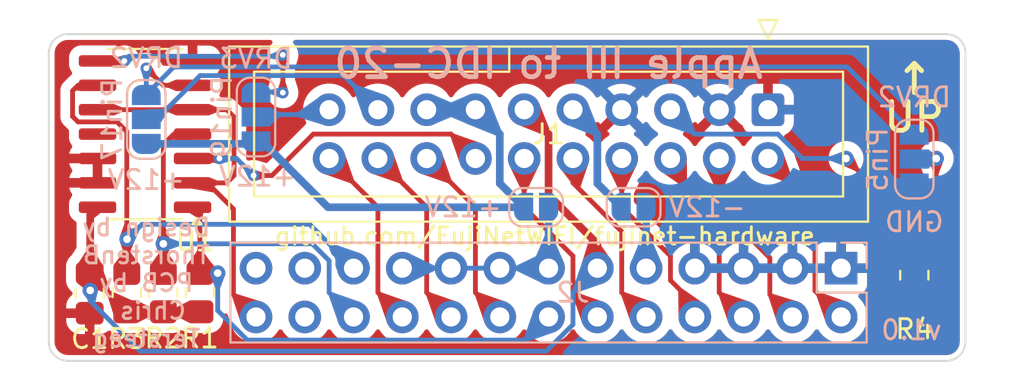
<source format=kicad_pcb>
(kicad_pcb (version 20240108) (generator "pcbnew") (generator_version "8.0")
  (title_block (title "IDC-26 Adapter for Apple III") (date "2024-10-02") (rev "v1.0") (company "Chris Tersteeg"))
  (layers (0 "F.Cu" signal) (31 "B.Cu" signal) (34 "B.Paste" user) (35 "F.Paste" user) (36 "B.SilkS" user "B.Silkscreen") (37 "F.SilkS" user "F.Silkscreen") (38 "B.Mask" user) (39 "F.Mask" user) (44 "Edge.Cuts" user))
  (net 0 "")
  (net 1 "/A3_5V")
  (net 2 "/A3_PH3")
  (net 3 "/IDC20_+12V")
  (net 4 "/A3_WPROT")
  (net 5 "/A3_WREQ")
  (net 6 "/A3_PH0")
  (net 7 "/A3_RD_DATA")
  (net 8 "/A3_HDSEL")
  (net 9 "/A3_PH1")
  (net 10 "/A3_WR_DATA")
  (net 11 "/IDC20_-12V")
  (net 12 "/IDC20_DRIVE1")
  (net 13 "/A3_PH2")
  (net 14 "/A3_DRIVE2")
  (net 16 "/A3_INT{slash}EXT")
  (net 18 "/A3_DRIVE1")
  (net 19 "/A3_-12V")
  (net 20 "/A3_DRIVE3")
  (net 22 "/A3_+12V")
  (net 23 "/IDC20_DRIVE2")
  (net 24 "GND")
  (net 26 "/IDC20_PIN17")
  (net 27 "/IDC20_PIN5")
  (net 28 "/IDC20_PIN19")
  (net 29 "/IDC20_DRIVE3")
  (net 30 "Net-(JP4-C)")
  (footprint "Resistor_SMD:R_0805_2012Metric_Pad1.20x1.40mm_HandSolder" (layer "F.Cu") (at 132.969 99.06 90)
    (property "Reference" "R2" (at -2.381 0 180) (layer "F.SilkS"))
    (property "Value" "3.3K")
    (fp_line (start -0.227064 -0.735) (end 0.227064 -0.735) (stroke (width 0.12)) (layer "F.SilkS"))
    (fp_line (start -0.227064 0.735) (end 0.227064 0.735) (stroke (width 0.12)) (layer "F.SilkS"))
    (pad "1" smd roundrect (at -1 0 90) (size 1.2 1.4) (layers "F.Cu" "F.Paste" "F.Mask") (roundrect_rratio 0.208333) (net 1 "/A3_5V"))
    (pad "2" smd roundrect (at 1 0 90) (size 1.2 1.4) (layers "F.Cu" "F.Paste" "F.Mask") (roundrect_rratio 0.208333) (net 14 "/A3_DRIVE2"))
  )
  (footprint "Resistor_SMD:R_0805_2012Metric_Pad1.20x1.40mm_HandSolder" (layer "F.Cu") (at 131.064 99.06 90)
    (property "Reference" "R3" (at -2.413 0 180) (layer "F.SilkS"))
    (property "Value" "3.3K")
    (fp_line (start -0.227064 -0.735) (end 0.227064 -0.735) (stroke (width 0.12)) (layer "F.SilkS"))
    (fp_line (start -0.227064 0.735) (end 0.227064 0.735) (stroke (width 0.12)) (layer "F.SilkS"))
    (pad "1" smd roundrect (at -1 0 90) (size 1.2 1.4) (layers "F.Cu" "F.Paste" "F.Mask") (roundrect_rratio 0.208333) (net 1 "/A3_5V"))
    (pad "2" smd roundrect (at 1 0 90) (size 1.2 1.4) (layers "F.Cu" "F.Paste" "F.Mask") (roundrect_rratio 0.208333) (net 20 "/A3_DRIVE3"))
  )
  (footprint "Resistor_SMD:R_0805_2012Metric_Pad1.20x1.40mm_HandSolder" (layer "F.Cu") (at 172.085 98.155 90)
    (property "Reference" "R4" (at -2.81 0 0) (layer "F.SilkS"))
    (property "Value" "470R")
    (fp_line (start -0.227064 -0.735) (end 0.227064 -0.735) (stroke (width 0.12)) (layer "F.SilkS"))
    (fp_line (start -0.227064 0.735) (end 0.227064 0.735) (stroke (width 0.12)) (layer "F.SilkS"))
    (pad "1" smd roundrect (at -1 0 90) (size 1.2 1.4) (layers "F.Cu" "F.Paste" "F.Mask") (roundrect_rratio 0.208333) (net 30 "Net-(JP4-C)"))
    (pad "2" smd roundrect (at 1 0 90) (size 1.2 1.4) (layers "F.Cu" "F.Paste" "F.Mask") (roundrect_rratio 0.208333) (net 27 "/IDC20_PIN5"))
  )
  (footprint "Connector_IDC:IDC-Header_2x10_P2.54mm_Vertical" (layer "F.Cu") (at 164.465 89.535 -90)
    (property "Reference" "J1" (at 1.27 11.43 180) (layer "F.SilkS"))
    (property "Value" "IDC-20")
    (fp_line (start -3.29 28.07) (end -3.29 -5.21) (stroke (width 0.12)) (layer "F.SilkS"))
    (fp_line (start 5.83 28.07) (end -3.29 28.07) (stroke (width 0.12)) (layer "F.SilkS"))
    (fp_line (start -1.98 26.77) (end -1.98 13.48) (stroke (width 0.12)) (layer "F.SilkS"))
    (fp_line (start 4.52 26.77) (end -1.98 26.77) (stroke (width 0.12)) (layer "F.SilkS"))
    (fp_line (start -1.98 13.48) (end -3.29 13.48) (stroke (width 0.12)) (layer "F.SilkS"))
    (fp_line (start -1.98 13.48) (end -1.98 13.48) (stroke (width 0.12)) (layer "F.SilkS"))
    (fp_line (start -3.29 9.38) (end -1.98 9.38) (stroke (width 0.12)) (layer "F.SilkS"))
    (fp_line (start -1.98 9.38) (end -1.98 -3.91) (stroke (width 0.12)) (layer "F.SilkS"))
    (fp_line (start -4.68 0.5) (end -3.68 0) (stroke (width 0.12)) (layer "F.SilkS"))
    (fp_line (start -3.68 0) (end -4.68 -0.5) (stroke (width 0.12)) (layer "F.SilkS"))
    (fp_line (start -4.68 -0.5) (end -4.68 0.5) (stroke (width 0.12)) (layer "F.SilkS"))
    (fp_line (start -1.98 -3.91) (end 4.52 -3.91) (stroke (width 0.12)) (layer "F.SilkS"))
    (fp_line (start 4.52 -3.91) (end 4.52 26.77) (stroke (width 0.12)) (layer "F.SilkS"))
    (fp_line (start -3.29 -5.21) (end 5.83 -5.21) (stroke (width 0.12)) (layer "F.SilkS"))
    (fp_line (start 5.83 -5.21) (end 5.83 28.07) (stroke (width 0.12)) (layer "F.SilkS"))
    (pad "1" thru_hole roundrect (at 0 0 270) (size 1.7 1.7) (drill 1) (layers "*.Cu" "*.Mask") (roundrect_rratio 0.1470588235) (net 24 "GND"))
    (pad "2" thru_hole circle (at 2.54 0 270) (size 1.7 1.7) (drill 1) (layers "*.Cu" "*.Mask") (net 6 "/A3_PH0"))
    (pad "3" thru_hole circle (at 0 2.54 270) (size 1.7 1.7) (drill 1) (layers "*.Cu" "*.Mask") (net 24 "GND"))
    (pad "4" thru_hole circle (at 2.54 2.54 270) (size 1.7 1.7) (drill 1) (layers "*.Cu" "*.Mask") (net 9 "/A3_PH1"))
    (pad "5" thru_hole circle (at 0 5.08 270) (size 1.7 1.7) (drill 1) (layers "*.Cu" "*.Mask") (net 27 "/IDC20_PIN5"))
    (pad "6" thru_hole circle (at 2.54 5.08 270) (size 1.7 1.7) (drill 1) (layers "*.Cu" "*.Mask") (net 13 "/A3_PH2"))
    (pad "7" thru_hole circle (at 0 7.62 270) (size 1.7 1.7) (drill 1) (layers "*.Cu" "*.Mask") (net 24 "GND"))
    (pad "8" thru_hole circle (at 2.54 7.62 270) (size 1.7 1.7) (drill 1) (layers "*.Cu" "*.Mask") (net 2 "/A3_PH3"))
    (pad "9" thru_hole circle (at 0 10.16 270) (size 1.7 1.7) (drill 1) (layers "*.Cu" "*.Mask") (net 11 "/IDC20_-12V"))
    (pad "10" thru_hole circle (at 2.54 10.16 270) (size 1.7 1.7) (drill 1) (layers "*.Cu" "*.Mask") (net 5 "/A3_WREQ"))
    (pad "11" thru_hole circle (at 0 12.7 270) (size 1.7 1.7) (drill 1) (layers "*.Cu" "*.Mask") (net 1 "/A3_5V"))
    (pad "12" thru_hole circle (at 2.54 12.7 270) (size 1.7 1.7) (drill 1) (layers "*.Cu" "*.Mask") (net 8 "/A3_HDSEL"))
    (pad "13" thru_hole circle (at 0 15.24 270) (size 1.7 1.7) (drill 1) (layers "*.Cu" "*.Mask") (net 3 "/IDC20_+12V"))
    (pad "14" thru_hole circle (at 2.54 15.24 270) (size 1.7 1.7) (drill 1) (layers "*.Cu" "*.Mask") (net 12 "/IDC20_DRIVE1"))
    (pad "15" thru_hole circle (at 0 17.78 270) (size 1.7 1.7) (drill 1) (layers "*.Cu" "*.Mask") (net 3 "/IDC20_+12V"))
    (pad "16" thru_hole circle (at 2.54 17.78 270) (size 1.7 1.7) (drill 1) (layers "*.Cu" "*.Mask") (net 7 "/A3_RD_DATA"))
    (pad "17" thru_hole circle (at 0 20.32 270) (size 1.7 1.7) (drill 1) (layers "*.Cu" "*.Mask") (net 26 "/IDC20_PIN17"))
    (pad "18" thru_hole circle (at 2.54 20.32 270) (size 1.7 1.7) (drill 1) (layers "*.Cu" "*.Mask") (net 10 "/A3_WR_DATA"))
    (pad "19" thru_hole circle (at 0 22.86 270) (size 1.7 1.7) (drill 1) (layers "*.Cu" "*.Mask") (net 28 "/IDC20_PIN19"))
    (pad "20" thru_hole circle (at 2.54 22.86 270) (size 1.7 1.7) (drill 1) (layers "*.Cu" "*.Mask") (net 4 "/A3_WPROT"))
  )
  (footprint "Resistor_SMD:R_0805_2012Metric_Pad1.20x1.40mm_HandSolder" (layer "F.Cu") (at 134.874 99.06 90)
    (property "Reference" "R1" (at -2.381 0 180) (layer "F.SilkS"))
    (property "Value" "3.3K")
    (fp_line (start -0.227064 -0.735) (end 0.227064 -0.735) (stroke (width 0.12)) (layer "F.SilkS"))
    (fp_line (start -0.227064 0.735) (end 0.227064 0.735) (stroke (width 0.12)) (layer "F.SilkS"))
    (pad "1" smd roundrect (at -1 0 90) (size 1.2 1.4) (layers "F.Cu" "F.Paste" "F.Mask") (roundrect_rratio 0.208333) (net 1 "/A3_5V"))
    (pad "2" smd roundrect (at 1 0 90) (size 1.2 1.4) (layers "F.Cu" "F.Paste" "F.Mask") (roundrect_rratio 0.208333) (net 18 "/A3_DRIVE1"))
  )
  (footprint "Capacitor_SMD:C_0805_2012Metric_Pad1.18x1.45mm_HandSolder" (layer "F.Cu") (at 129.1336 99.0975 -90)
    (property "Reference" "C1" (at 2.3755 0 0) (layer "F.SilkS"))
    (property "Value" "100nf")
    (fp_line (start -0.261252 0.735) (end 0.261252 0.735) (stroke (width 0.12)) (layer "F.SilkS"))
    (fp_line (start -0.261252 -0.735) (end 0.261252 -0.735) (stroke (width 0.12)) (layer "F.SilkS"))
    (pad "1" smd roundrect (at -1.0375 0 270) (size 1.175 1.45) (layers "F.Cu" "F.Paste" "F.Mask") (roundrect_rratio 0.212766) (net 1 "/A3_5V"))
    (pad "2" smd roundrect (at 1.0375 0 270) (size 1.175 1.45) (layers "F.Cu" "F.Paste" "F.Mask") (roundrect_rratio 0.212766) (net 24 "GND"))
  )
  (footprint "Package_SO:SOIC-14_3.9x8.7mm_P1.27mm" (layer "F.Cu") (at 132.015 90.805 180)
    (property "Reference" "U1" (at -2.605 -5.588 0) (layer "F.SilkS"))
    (property "Value" "74LS32")
    (fp_line (start 0 4.435) (end 1.95 4.435) (stroke (width 0.12)) (layer "F.SilkS"))
    (fp_line (start 0 4.435) (end -1.95 4.435) (stroke (width 0.12)) (layer "F.SilkS"))
    (fp_line (start 0 -4.435) (end 1.95 -4.435) (stroke (width 0.12)) (layer "F.SilkS"))
    (fp_line (start 0 -4.435) (end -1.95 -4.435) (stroke (width 0.12)) (layer "F.SilkS"))
    (fp_poly (pts (xy -2.7 -4.37) (xy -2.94 -4.7) (xy -2.46 -4.7) (xy -2.7 -4.37)) (stroke (width 0.12)) (fill solid) (layer "F.SilkS"))
    (pad "1" smd roundrect (at -2.475 -3.81 180) (size 1.95 0.6) (layers "F.Cu" "F.Paste" "F.Mask") (net 18 "/A3_DRIVE1"))
    (pad "2" smd roundrect (at -2.475 -2.54 180) (size 1.95 0.6) (layers "F.Cu" "F.Paste" "F.Mask") (net 16 "/A3_INT{slash}EXT"))
    (pad "3" smd roundrect (at -2.475 -1.27 180) (size 1.95 0.6) (layers "F.Cu" "F.Paste" "F.Mask") (net 12 "/IDC20_DRIVE1"))
    (pad "4" smd roundrect (at -2.475 0 180) (size 1.95 0.6) (layers "F.Cu" "F.Paste" "F.Mask") (net 14 "/A3_DRIVE2"))
    (pad "5" smd roundrect (at -2.475 1.27 180) (size 1.95 0.6) (layers "F.Cu" "F.Paste" "F.Mask") (net 16 "/A3_INT{slash}EXT"))
    (pad "6" smd roundrect (at -2.475 2.54 180) (size 1.95 0.6) (layers "F.Cu" "F.Paste" "F.Mask") (net 23 "/IDC20_DRIVE2"))
    (pad "7" smd roundrect (at -2.475 3.81 180) (size 1.95 0.6) (layers "F.Cu" "F.Paste" "F.Mask") (net 24 "GND"))
    (pad "8" smd roundrect (at 2.475 3.81 180) (size 1.95 0.6) (layers "F.Cu" "F.Paste" "F.Mask") (net 29 "/IDC20_DRIVE3"))
    (pad "9" smd roundrect (at 2.475 2.54 180) (size 1.95 0.6) (layers "F.Cu" "F.Paste" "F.Mask") (net 20 "/A3_DRIVE3"))
    (pad "10" smd roundrect (at 2.475 1.27 180) (size 1.95 0.6) (layers "F.Cu" "F.Paste" "F.Mask") (net 16 "/A3_INT{slash}EXT"))
    (pad "11" smd roundrect (at 2.475 0 180) (size 1.95 0.6) (layers "F.Cu" "F.Paste" "F.Mask"))
    (pad "12" smd roundrect (at 2.475 -1.27 180) (size 1.95 0.6) (layers "F.Cu" "F.Paste" "F.Mask") (net 24 "GND"))
    (pad "13" smd roundrect (at 2.475 -2.54 180) (size 1.95 0.6) (layers "F.Cu" "F.Paste" "F.Mask") (net 24 "GND"))
    (pad "14" smd roundrect (at 2.475 -3.81 180) (size 1.95 0.6) (layers "F.Cu" "F.Paste" "F.Mask") (net 1 "/A3_5V"))
  )
  (footprint "Connector_PinSocket_2.54mm:PinSocket_2x13_P2.54mm_Vertical" (layer "B.Cu") (at 168.275 97.79 90)
    (property "Reference" "J2" (at -1.27 -13.97 180) (layer "B.SilkS") (effects (justify mirror)))
    (property "Value" "IDC-26")
    (fp_line (start 1.33 -31.81) (end -3.87 -31.81) (stroke (width 0.12)) (layer "B.SilkS"))
    (fp_line (start 1.33 -31.81) (end 1.33 -1.27) (stroke (width 0.12)) (layer "B.SilkS"))
    (fp_line (start -3.87 -31.81) (end -3.87 1.33) (stroke (width 0.12)) (layer "B.SilkS"))
    (fp_line (start 1.33 -1.27) (end -1.27 -1.27) (stroke (width 0.12)) (layer "B.SilkS"))
    (fp_line (start -1.27 -1.27) (end -1.27 1.33) (stroke (width 0.12)) (layer "B.SilkS"))
    (fp_line (start 1.33 0) (end 1.33 1.33) (stroke (width 0.12)) (layer "B.SilkS"))
    (fp_line (start 1.33 1.33) (end 0 1.33) (stroke (width 0.12)) (layer "B.SilkS"))
    (fp_line (start -1.27 1.33) (end -3.87 1.33) (stroke (width 0.12)) (layer "B.SilkS"))
    (pad "1" thru_hole rect (at 0 0 90) (size 1.7 1.7) (drill 1) (layers "*.Cu" "*.Mask") (net 24 "GND"))
    (pad "2" thru_hole oval (at -2.54 0 90) (size 1.7 1.7) (drill 1) (layers "*.Cu" "*.Mask") (net 6 "/A3_PH0"))
    (pad "3" thru_hole oval (at 0 -2.54 90) (size 1.7 1.7) (drill 1) (layers "*.Cu" "*.Mask") (net 24 "GND"))
    (pad "4" thru_hole oval (at -2.54 -2.54 90) (size 1.7 1.7) (drill 1) (layers "*.Cu" "*.Mask") (net 9 "/A3_PH1"))
    (pad "5" thru_hole oval (at 0 -5.08 90) (size 1.7 1.7) (drill 1) (layers "*.Cu" "*.Mask") (net 24 "GND"))
    (pad "6" thru_hole oval (at -2.54 -5.08 90) (size 1.7 1.7) (drill 1) (layers "*.Cu" "*.Mask") (net 13 "/A3_PH2"))
    (pad "7" thru_hole oval (at 0 -7.62 90) (size 1.7 1.7) (drill 1) (layers "*.Cu" "*.Mask") (net 24 "GND"))
    (pad "8" thru_hole oval (at -2.54 -7.62 90) (size 1.7 1.7) (drill 1) (layers "*.Cu" "*.Mask") (net 2 "/A3_PH3"))
    (pad "9" thru_hole oval (at 0 -10.16 90) (size 1.7 1.7) (drill 1) (layers "*.Cu" "*.Mask") (net 19 "/A3_-12V"))
    (pad "10" thru_hole oval (at -2.54 -10.16 90) (size 1.7 1.7) (drill 1) (layers "*.Cu" "*.Mask") (net 5 "/A3_WREQ"))
    (pad "11" thru_hole oval (at 0 -12.7 90) (size 1.7 1.7) (drill 1) (layers "*.Cu" "*.Mask") (net 1 "/A3_5V"))
    (pad "12" thru_hole oval (at -2.54 -12.7 90) (size 1.7 1.7) (drill 1) (layers "*.Cu" "*.Mask") (net 8 "/A3_HDSEL"))
    (pad "13" thru_hole oval (at 0 -15.24 90) (size 1.7 1.7) (drill 1) (layers "*.Cu" "*.Mask") (net 22 "/A3_+12V"))
    (pad "14" thru_hole oval (at -2.54 -15.24 90) (size 1.7 1.7) (drill 1) (layers "*.Cu" "*.Mask") (net 18 "/A3_DRIVE1"))
    (pad "15" thru_hole oval (at 0 -17.78 90) (size 1.7 1.7) (drill 1) (layers "*.Cu" "*.Mask") (net 22 "/A3_+12V"))
    (pad "16" thru_hole oval (at -2.54 -17.78 90) (size 1.7 1.7) (drill 1) (layers "*.Cu" "*.Mask") (net 7 "/A3_RD_DATA"))
    (pad "17" thru_hole oval (at 0 -20.32 90) (size 1.7 1.7) (drill 1) (layers "*.Cu" "*.Mask") (net 22 "/A3_+12V"))
    (pad "18" thru_hole oval (at -2.54 -20.32 90) (size 1.7 1.7) (drill 1) (layers "*.Cu" "*.Mask") (net 10 "/A3_WR_DATA"))
    (pad "19" thru_hole oval (at 0 -22.86 90) (size 1.7 1.7) (drill 1) (layers "*.Cu" "*.Mask") (net 22 "/A3_+12V"))
    (pad "20" thru_hole oval (at -2.54 -22.86 90) (size 1.7 1.7) (drill 1) (layers "*.Cu" "*.Mask") (net 4 "/A3_WPROT"))
    (pad "21" thru_hole oval (at 0 -25.4 90) (size 1.7 1.7) (drill 1) (layers "*.Cu" "*.Mask") (net 20 "/A3_DRIVE3"))
    (pad "22" thru_hole oval (at -2.54 -25.4 90) (size 1.7 1.7) (drill 1) (layers "*.Cu" "*.Mask") (net 14 "/A3_DRIVE2"))
    (pad "23" thru_hole oval (at 0 -27.94 90) (size 1.7 1.7) (drill 1) (layers "*.Cu" "*.Mask"))
    (pad "24" thru_hole oval (at -2.54 -27.94 90) (size 1.7 1.7) (drill 1) (layers "*.Cu" "*.Mask"))
    (pad "25" thru_hole oval (at 0 -30.48 90) (size 1.7 1.7) (drill 1) (layers "*.Cu" "*.Mask"))
    (pad "26" thru_hole oval (at -2.54 -30.48 90) (size 1.7 1.7) (drill 1) (layers "*.Cu" "*.Mask") (net 16 "/A3_INT{slash}EXT"))
  )
  (footprint "Jumper:SolderJumper-3_P1.3mm_Open_RoundedPad1.0x1.5mm_NumberLabels" (layer "B.Cu") (at 132.08 90.043 90)
    (property "Reference" "JP2" (hide yes))
    (property "Value" "Pin17" (at 0 -1.778 90) (layer "B.SilkS") (effects (justify mirror)))
    (fp_line (start -1.4 -1) (end 1.4 -1) (stroke (width 0.12)) (layer "B.SilkS"))
    (fp_line (start 2.05 -0.3) (end 2.05 0.3) (stroke (width 0.12)) (layer "B.SilkS"))
    (fp_line (start -2.05 0.3) (end -2.05 -0.3) (stroke (width 0.12)) (layer "B.SilkS"))
    (fp_line (start 1.4 1) (end -1.4 1) (stroke (width 0.12)) (layer "B.SilkS"))
    (fp_arc (start 1.35 -1) (mid 1.844975 -0.794975) (end 2.05 -0.3) (stroke (width 0.12)) (layer "B.SilkS"))
    (fp_arc (start -2.05 -0.3) (mid -1.844975 -0.794975) (end -1.35 -1) (stroke (width 0.12)) (layer "B.SilkS"))
    (fp_arc (start 2.05 0.3) (mid 1.844975 0.794975) (end 1.35 1) (stroke (width 0.12)) (layer "B.SilkS"))
    (fp_arc (start -1.35 1) (mid -1.844975 0.794975) (end -2.05 0.3) (stroke (width 0.12)) (layer "B.SilkS"))
    (fp_text user "+12V" (at -3.145 0 0) (layer "B.SilkS") (effects (justify mirror)))
    (fp_text user "DRV2" (at 3.205 0 0) (layer "B.SilkS") (effects (justify mirror)))
    (pad "1" smd custom (at -1.3 0 90) (size 1 0.5) (layers "B.Cu" "B.Mask") (net 3 "/IDC20_+12V") (options (clearance outline) (anchor rect)) (primitives (gr_circle (center 0 -0.25) (end 0.5 -0.25) (width 0) (fill yes)) (gr_circle (center 0 0.25) (end 0.5 0.25) (width 0) (fill yes)) (gr_poly (pts (xy 0.55 -0.75) (xy 0 -0.75) (xy 0 0.75) (xy 0.55 0.75)) (width 0) (fill yes))))
    (pad "2" smd rect (at 0 0 90) (size 1 1.5) (layers "B.Cu" "B.Mask") (net 26 "/IDC20_PIN17"))
    (pad "3" smd custom (at 1.3 0 90) (size 1 0.5) (layers "B.Cu" "B.Mask") (net 23 "/IDC20_DRIVE2") (options (clearance outline) (anchor rect)) (primitives (gr_circle (center 0 -0.25) (end 0.5 -0.25) (width 0) (fill yes)) (gr_circle (center 0 0.25) (end 0.5 0.25) (width 0) (fill yes)) (gr_poly (pts (xy 0 -0.75) (xy -0.55 -0.75) (xy -0.55 0.75) (xy 0 0.75)) (width 0) (fill yes))))
  )
  (footprint "Jumper:SolderJumper-3_P1.3mm_Open_RoundedPad1.0x1.5mm_NumberLabels" (layer "B.Cu") (at 172.085 92.105 90)
    (property "Reference" "JP4" (hide yes))
    (property "Value" "Pin5" (at -0.03 -1.905 90) (layer "B.SilkS") (effects (justify mirror)))
    (fp_line (start -1.4 -1) (end 1.4 -1) (stroke (width 0.12)) (layer "B.SilkS"))
    (fp_line (start 2.05 -0.3) (end 2.05 0.3) (stroke (width 0.12)) (layer "B.SilkS"))
    (fp_line (start -2.05 0.3) (end -2.05 -0.3) (stroke (width 0.12)) (layer "B.SilkS"))
    (fp_line (start 1.4 1) (end -1.4 1) (stroke (width 0.12)) (layer "B.SilkS"))
    (fp_arc (start 1.35 -1) (mid 1.844975 -0.794975) (end 2.05 -0.3) (stroke (width 0.12)) (layer "B.SilkS"))
    (fp_arc (start -2.05 -0.3) (mid -1.844975 -0.794975) (end -1.35 -1) (stroke (width 0.12)) (layer "B.SilkS"))
    (fp_arc (start 2.05 0.3) (mid 1.844975 0.794975) (end 1.35 1) (stroke (width 0.12)) (layer "B.SilkS"))
    (fp_arc (start -1.35 1) (mid -1.844975 0.794975) (end -2.05 0.3) (stroke (width 0.12)) (layer "B.SilkS"))
    (fp_text user "DRV2" (at 3.22 0 0) (layer "B.SilkS") (effects (justify mirror)))
    (fp_text user "GND" (at -3.28 0 0) (layer "B.SilkS") (effects (justify mirror)))
    (pad "1" smd custom (at -1.3 0 90) (size 1 0.5) (layers "B.Cu" "B.Mask") (net 24 "GND") (options (clearance outline) (anchor rect)) (primitives (gr_circle (center 0 -0.25) (end 0.5 -0.25) (width 0) (fill yes)) (gr_circle (center 0 0.25) (end 0.5 0.25) (width 0) (fill yes)) (gr_poly (pts (xy 0.55 -0.75) (xy 0 -0.75) (xy 0 0.75) (xy 0.55 0.75)) (width 0) (fill yes))))
    (pad "2" smd rect (at 0 0 90) (size 1 1.5) (layers "B.Cu" "B.Mask") (net 30 "Net-(JP4-C)"))
    (pad "3" smd custom (at 1.3 0 90) (size 1 0.5) (layers "B.Cu" "B.Mask") (net 23 "/IDC20_DRIVE2") (options (clearance outline) (anchor rect)) (primitives (gr_circle (center 0 -0.25) (end 0.5 -0.25) (width 0) (fill yes)) (gr_circle (center 0 0.25) (end 0.5 0.25) (width 0) (fill yes)) (gr_poly (pts (xy 0 -0.75) (xy -0.55 -0.75) (xy -0.55 0.75) (xy 0 0.75)) (width 0) (fill yes))))
  )
  (footprint "Jumper:SolderJumper-2_P1.3mm_Open_RoundedPad1.0x1.5mm" (layer "B.Cu") (at 152.385 94.615 180)
    (property "Reference" "JP1" (hide yes))
    (property "Value" "+12V" (at 3.795 0 0) (layer "B.SilkS") (effects (justify mirror)))
    (fp_line (start 1.4 -0.3) (end 1.4 0.3) (stroke (width 0.12)) (layer "B.SilkS"))
    (fp_line (start 0.7 1) (end -0.7 1) (stroke (width 0.12)) (layer "B.SilkS"))
    (fp_line (start -0.7 -1) (end 0.7 -1) (stroke (width 0.12)) (layer "B.SilkS"))
    (fp_line (start -1.4 0.3) (end -1.4 -0.3) (stroke (width 0.12)) (layer "B.SilkS"))
    (fp_arc (start 1.4 0.3) (mid 1.194975 0.794975) (end 0.7 1) (stroke (width 0.12)) (layer "B.SilkS"))
    (fp_arc (start 0.7 -1) (mid 1.194975 -0.794975) (end 1.4 -0.3) (stroke (width 0.12)) (layer "B.SilkS"))
    (fp_arc (start -0.7 1) (mid -1.194975 0.794975) (end -1.4 0.3) (stroke (width 0.12)) (layer "B.SilkS"))
    (fp_arc (start -1.4 -0.3) (mid -1.194975 -0.794975) (end -0.7 -1) (stroke (width 0.12)) (layer "B.SilkS"))
    (pad "1" smd custom (at -0.65 0 180) (size 1 0.5) (layers "B.Cu" "B.Mask") (net 22 "/A3_+12V") (options (clearance outline) (anchor rect)) (primitives (gr_circle (center 0 -0.25) (end 0.5 -0.25) (width 0) (fill yes)) (gr_circle (center 0 0.25) (end 0.5 0.25) (width 0) (fill yes)) (gr_poly (pts (xy 0.5 -0.75) (xy 0 -0.75) (xy 0 0.75) (xy 0.5 0.75)) (width 0) (fill yes))))
    (pad "2" smd custom (at 0.65 0 180) (size 1 0.5) (layers "B.Cu" "B.Mask") (net 3 "/IDC20_+12V") (options (clearance outline) (anchor rect)) (primitives (gr_circle (center 0 -0.25) (end 0.5 -0.25) (width 0) (fill yes)) (gr_circle (center 0 0.25) (end 0.5 0.25) (width 0) (fill yes)) (gr_poly (pts (xy 0 -0.75) (xy -0.5 -0.75) (xy -0.5 0.75) (xy 0 0.75)) (width 0) (fill yes))))
  )
  (footprint "Jumper:SolderJumper-3_P1.3mm_Open_RoundedPad1.0x1.5mm_NumberLabels" (layer "B.Cu") (at 137.795 89.916 90)
    (property "Reference" "JP5" (hide yes))
    (property "Value" "Pin19" (at 0 -1.778 90) (layer "B.SilkS") (effects (justify mirror)))
    (fp_line (start -1.4 -1) (end 1.4 -1) (stroke (width 0.12)) (layer "B.SilkS"))
    (fp_line (start 2.05 -0.3) (end 2.05 0.3) (stroke (width 0.12)) (layer "B.SilkS"))
    (fp_line (start -2.05 0.3) (end -2.05 -0.3) (stroke (width 0.12)) (layer "B.SilkS"))
    (fp_line (start 1.4 1) (end -1.4 1) (stroke (width 0.12)) (layer "B.SilkS"))
    (fp_arc (start 1.35 -1) (mid 1.844975 -0.794975) (end 2.05 -0.3) (stroke (width 0.12)) (layer "B.SilkS"))
    (fp_arc (start -2.05 -0.3) (mid -1.844975 -0.794975) (end -1.35 -1) (stroke (width 0.12)) (layer "B.SilkS"))
    (fp_arc (start 2.05 0.3) (mid 1.844975 0.794975) (end 1.35 1) (stroke (width 0.12)) (layer "B.SilkS"))
    (fp_arc (start -1.35 1) (mid -1.844975 0.794975) (end -2.05 0.3) (stroke (width 0.12)) (layer "B.SilkS"))
    (fp_text user "+12V" (at -3.1 0.085 0) (layer "B.SilkS") (effects (justify mirror)))
    (fp_text user "DRV3" (at 3.048 0 0) (layer "B.SilkS") (effects (justify mirror)))
    (pad "1" smd custom (at -1.3 0 90) (size 1 0.5) (layers "B.Cu" "B.Mask") (net 3 "/IDC20_+12V") (options (clearance outline) (anchor rect)) (primitives (gr_circle (center 0 -0.25) (end 0.5 -0.25) (width 0) (fill yes)) (gr_circle (center 0 0.25) (end 0.5 0.25) (width 0) (fill yes)) (gr_poly (pts (xy 0.55 -0.75) (xy 0 -0.75) (xy 0 0.75) (xy 0.55 0.75)) (width 0) (fill yes))))
    (pad "2" smd rect (at 0 0 90) (size 1 1.5) (layers "B.Cu" "B.Mask") (net 28 "/IDC20_PIN19"))
    (pad "3" smd custom (at 1.3 0 90) (size 1 0.5) (layers "B.Cu" "B.Mask") (net 29 "/IDC20_DRIVE3") (options (clearance outline) (anchor rect)) (primitives (gr_circle (center 0 -0.25) (end 0.5 -0.25) (width 0) (fill yes)) (gr_circle (center 0 0.25) (end 0.5 0.25) (width 0) (fill yes)) (gr_poly (pts (xy 0 -0.75) (xy -0.55 -0.75) (xy -0.55 0.75) (xy 0 0.75)) (width 0) (fill yes))))
  )
  (footprint "Jumper:SolderJumper-2_P1.3mm_Open_RoundedPad1.0x1.5mm" (layer "B.Cu") (at 157.465 94.615 180)
    (property "Reference" "JP3" (hide yes))
    (property "Value" "-12V" (at -3.825 0 0) (layer "B.SilkS") (effects (justify mirror)))
    (fp_line (start 1.4 -0.3) (end 1.4 0.3) (stroke (width 0.12)) (layer "B.SilkS"))
    (fp_line (start 0.7 1) (end -0.7 1) (stroke (width 0.12)) (layer "B.SilkS"))
    (fp_line (start -0.7 -1) (end 0.7 -1) (stroke (width 0.12)) (layer "B.SilkS"))
    (fp_line (start -1.4 0.3) (end -1.4 -0.3) (stroke (width 0.12)) (layer "B.SilkS"))
    (fp_arc (start 1.4 0.3) (mid 1.194975 0.794975) (end 0.7 1) (stroke (width 0.12)) (layer "B.SilkS"))
    (fp_arc (start 0.7 -1) (mid 1.194975 -0.794975) (end 1.4 -0.3) (stroke (width 0.12)) (layer "B.SilkS"))
    (fp_arc (start -0.7 1) (mid -1.194975 0.794975) (end -1.4 0.3) (stroke (width 0.12)) (layer "B.SilkS"))
    (fp_arc (start -1.4 -0.3) (mid -1.194975 -0.794975) (end -0.7 -1) (stroke (width 0.12)) (layer "B.SilkS"))
    (pad "1" smd custom (at -0.65 0 180) (size 1 0.5) (layers "B.Cu" "B.Mask") (net 19 "/A3_-12V") (options (clearance outline) (anchor rect)) (primitives (gr_circle (center 0 -0.25) (end 0.5 -0.25) (width 0) (fill yes)) (gr_circle (center 0 0.25) (end 0.5 0.25) (width 0) (fill yes)) (gr_poly (pts (xy 0.5 -0.75) (xy 0 -0.75) (xy 0 0.75) (xy 0.5 0.75)) (width 0) (fill yes))))
    (pad "2" smd custom (at 0.65 0 180) (size 1 0.5) (layers "B.Cu" "B.Mask") (net 11 "/IDC20_-12V") (options (clearance outline) (anchor rect)) (primitives (gr_circle (center 0 -0.25) (end 0.5 -0.25) (width 0) (fill yes)) (gr_circle (center 0 0.25) (end 0.5 0.25) (width 0) (fill yes)) (gr_poly (pts (xy 0 -0.75) (xy -0.5 -0.75) (xy -0.5 0.75) (xy 0 0.75)) (width 0) (fill yes))))
  )
  (gr_arc (start 127 86.598) (mid 127.292893 85.890893) (end 128 85.598) (stroke (width 0.1)) (layer "Edge.Cuts"))
  (gr_line (start 127 101.616) (end 127 86.598) (stroke (width 0.1)) (layer "Edge.Cuts"))
  (gr_line (start 173.752 102.616) (end 128 102.616) (stroke (width 0.1)) (layer "Edge.Cuts"))
  (gr_arc (start 174.752 101.616) (mid 174.459107 102.323107) (end 173.752 102.616) (stroke (width 0.1)) (layer "Edge.Cuts"))
  (gr_line (start 128 85.598) (end 173.752 85.598) (stroke (width 0.1)) (layer "Edge.Cuts"))
  (gr_line (start 174.752 86.598) (end 174.752 101.616) (stroke (width 0.1)) (layer "Edge.Cuts"))
  (gr_arc (start 128 102.616) (mid 127.292893 102.323107) (end 127 101.616) (stroke (width 0.1)) (layer "Edge.Cuts"))
  (gr_arc (start 173.752 85.598) (mid 174.459107 85.890893) (end 174.752 86.598) (stroke (width 0.1)) (layer "Edge.Cuts"))
  (gr_text "v1.0" (at 173.609 101.6 0) (layer "B.SilkS") (effects (font (size 1 1)) (justify left bottom mirror)))
  (gr_text "Apple III to IDC-20" (at 153.035 88.011 0) (layer "B.SilkS") (effects (font (size 1.5 1.5) (thickness 0.25) (bold yes)) (justify bottom mirror)))
  (gr_text "Design by\nThorstenB\nPCB by\nChris \nTersteeg" (at 132.08 101.981 0) (layer "B.SilkS") (effects (font (size 0.9 0.9)) (justify bottom mirror)))
  (gr_text "github.com/FujiNetWIFI/fujinet-hardware" (at 138.684 96.647 0) (layer "F.SilkS") (effects (font (size 0.9 0.9)) (justify left bottom)))
  (gr_text "↑" (at 172.085 88.9 0) (layer "F.SilkS") (effects (font (size 2 2) (thickness 0.25) (bold yes)) (justify bottom)))
  (gr_text "UP" (at 172.085 90.805 0) (layer "F.SilkS") (effects (font (size 1.5 1.5) (thickness 0.25) (bold yes)) (justify bottom)))
  (segment (start 153.035 90.805) (end 151.765 89.535) (width 0.4) (layer "F.Cu") (net 1))
  (segment (start 129.159 98.9475) (end 129.1336 98.9221) (width 0.25) (layer "F.Cu") (net 1))
  (segment (start 129.159 94.996) (end 129.54 94.615) (width 0.4) (layer "F.Cu") (net 1))
  (segment (start 129.1336 98.06) (end 129.159 98.0346) (width 0.25) (layer "F.Cu") (net 1))
  (segment (start 134.874 100.06) (end 131.1336 100.06) (width 0.4) (layer "F.Cu") (net 1))
  (segment (start 153.035 93.98) (end 153.035 90.805) (width 0.4) (layer "F.Cu") (net 1))
  (segment (start 155.575 96.52) (end 153.035 93.98) (width 0.4) (layer "F.Cu") (net 1))
  (segment (start 155.575 97.79) (end 155.575 96.52) (width 0.4) (layer "F.Cu") (net 1))
  (segment (start 129.159 98.0346) (end 129.159 94.996) (width 0.4) (layer "F.Cu") (net 1))
  (segment (start 131.1336 100.06) (end 129.1336 98.06) (width 0.25) (layer "F.Cu") (net 1))
  (segment (start 129.1336 98.9221) (end 129.1336 98.06) (width 0.25) (layer "F.Cu") (net 1))
  (via (at 129.159 98.9475) (size 0.8) (drill 0.4) (layers "F.Cu" "B.Cu") (net 1))
  (segment (start 152.918701 102.108) (end 154.305 100.721701) (width 0.25) (layer "B.Cu") (net 1))
  (segment (start 154.305 99.06) (end 155.575 97.79) (width 0.25) (layer "B.Cu") (net 1))
  (segment (start 154.305 100.721701) (end 154.305 99.06) (width 0.25) (layer "B.Cu") (net 1))
  (segment (start 129.159 99.4975) (end 131.7695 102.108) (width 0.25) (layer "B.Cu") (net 1))
  (segment (start 129.159 98.9475) (end 129.159 99.4975) (width 0.25) (layer "B.Cu") (net 1))
  (segment (start 131.7695 102.108) (end 152.918701 102.108) (width 0.25) (layer "B.Cu") (net 1))
  (segment (start 159.385 98.425) (end 159.385 97.156396) (width 0.25) (layer "F.Cu") (net 2))
  (segment (start 156.845 94.616396) (end 156.845 92.075) (width 0.25) (layer "F.Cu") (net 2))
  (segment (start 159.385 97.156396) (end 156.845 94.616396) (width 0.25) (layer "F.Cu") (net 2))
  (segment (start 160.655 99.695) (end 159.385 98.425) (width 0.25) (layer "F.Cu") (net 2))
  (segment (start 141.545 94.615) (end 138.146 91.216) (width 0.4) (layer "B.Cu") (net 3))
  (segment (start 150.495 93.375) (end 150.495 90.805) (width 0.4) (layer "B.Cu") (net 3))
  (segment (start 151.735 94.615) (end 150.495 93.375) (width 0.4) (layer "B.Cu") (net 3))
  (segment (start 137.698 91.313) (end 132.11 91.313) (width 0.4) (layer "B.Cu") (net 3))
  (segment (start 149.225 89.535) (end 146.685 89.535) (width 0.4) (layer "B.Cu") (net 3))
  (segment (start 151.735 94.615) (end 141.545 94.615) (width 0.4) (layer "B.Cu") (net 3))
  (segment (start 150.495 90.805) (end 149.225 89.535) (width 0.4) (layer "B.Cu") (net 3))
  (segment (start 144.145 99.06) (end 144.145 94.615) (width 0.25) (layer "F.Cu") (net 4))
  (segment (start 145.415 100.33) (end 144.145 99.06) (width 0.25) (layer "F.Cu") (net 4))
  (segment (start 144.145 94.615) (end 141.605 92.075) (width 0.25) (layer "F.Cu") (net 4))
  (segment (start 156.845 95.885) (end 154.305 93.345) (width 0.25) (layer "F.Cu") (net 5))
  (segment (start 156.845 99.06) (end 156.845 95.885) (width 0.25) (layer "F.Cu") (net 5))
  (segment (start 158.115 100.33) (end 156.845 99.06) (width 0.25) (layer "F.Cu") (net 5))
  (segment (start 154.305 93.345) (end 154.305 92.075) (width 0.25) (layer "F.Cu") (net 5))
  (segment (start 168.275 100.33) (end 166.91 98.965) (width 0.25) (layer "F.Cu") (net 6))
  (segment (start 166.91 94.52) (end 164.465 92.075) (width 0.25) (layer "F.Cu") (net 6))
  (segment (start 166.91 98.965) (end 166.91 94.52) (width 0.25) (layer "F.Cu") (net 6))
  (segment (start 149.225 99.06) (end 149.225 94.615) (width 0.25) (layer "F.Cu") (net 7))
  (segment (start 150.495 100.33) (end 149.225 99.06) (width 0.25) (layer "F.Cu") (net 7))
  (segment (start 149.225 94.615) (end 146.685 92.075) (width 0.25) (layer "F.Cu") (net 7))
  (segment (start 151.765 94.616396) (end 151.765 92.075) (width 0.25) (layer "F.Cu") (net 8))
  (segment (start 154.305 97.156396) (end 151.765 94.616396) (width 0.25) (layer "F.Cu") (net 8))
  (segment (start 155.575 100.33) (end 154.305 99.06) (width 0.25) (layer "F.Cu") (net 8))
  (segment (start 154.305 99.06) (end 154.305 97.156396) (width 0.25) (layer "F.Cu") (net 8))
  (segment (start 161.925 94.616396) (end 161.925 92.075) (width 0.25) (layer "F.Cu") (net 9))
  (segment (start 165.735 100.33) (end 164.56 99.155) (width 0.25) (layer "F.Cu") (net 9))
  (segment (start 164.56 97.251396) (end 161.925 94.616396) (width 0.25) (layer "F.Cu") (net 9))
  (segment (start 164.56 99.155) (end 164.56 97.251396) (width 0.25) (layer "F.Cu") (net 9))
  (segment (start 147.955 100.33) (end 146.685 99.06) (width 0.25) (layer "F.Cu") (net 10))
  (segment (start 146.685 99.06) (end 146.685 94.615) (width 0.25) (layer "F.Cu") (net 10))
  (segment (start 146.685 94.615) (end 144.145 92.075) (width 0.25) (layer "F.Cu") (net 10))
  (segment (start 155.575 90.805) (end 154.305 89.535) (width 0.4) (layer "B.Cu") (net 11))
  (segment (start 156.815 94.615) (end 155.575 93.375) (width 0.4) (layer "B.Cu") (net 11))
  (segment (start 155.575 93.375) (end 155.575 90.805) (width 0.4) (layer "B.Cu") (net 11))
  (segment (start 137.668 92.964) (end 138.6205 92.964) (width 0.25) (layer "F.Cu") (net 12))
  (segment (start 147.955 90.805) (end 149.225 92.075) (width 0.25) (layer "F.Cu") (net 12))
  (segment (start 140.7795 90.805) (end 147.955 90.805) (width 0.25) (layer "F.Cu") (net 12))
  (segment (start 138.6205 92.964) (end 140.7795 90.805) (width 0.25) (layer "F.Cu") (net 12))
  (segment (start 134.49 92.075) (end 135.89 92.075) (width 0.25) (layer "F.Cu") (net 12))
  (via (at 137.668 92.964) (size 0.6) (drill 0.3) (layers "F.Cu" "B.Cu") (net 12))
  (via (at 135.89 92.075) (size 0.6) (drill 0.3) (layers "F.Cu" "B.Cu") (net 12))
  (segment (start 135.89 92.075) (end 136.779 92.075) (width 0.25) (layer "B.Cu") (net 12))
  (segment (start 136.779 92.075) (end 137.668 92.964) (width 0.25) (layer "B.Cu") (net 12))
  (segment (start 161.925 95.252792) (end 159.385 92.712792) (width 0.25) (layer "F.Cu") (net 13))
  (segment (start 163.195 100.33) (end 161.925 99.06) (width 0.25) (layer "F.Cu") (net 13))
  (segment (start 161.925 99.06) (end 161.925 95.252792) (width 0.25) (layer "F.Cu") (net 13))
  (segment (start 132.969 96.52) (end 132.969 91.351001) (width 0.25) (layer "F.Cu") (net 14))
  (segment (start 133.515001 90.805) (end 134.49 90.805) (width 0.25) (layer "F.Cu") (net 14))
  (segment (start 132.969 96.52) (end 132.969 98.06) (width 0.25) (layer "F.Cu") (net 14))
  (segment (start 132.969 91.351001) (end 133.515001 90.805) (width 0.25) (layer "F.Cu") (net 14))
  (via (at 132.969 96.52) (size 0.8) (drill 0.4) (layers "F.Cu" "B.Cu") (net 14))
  (segment (start 141.605 97.398299) (end 141.605 99.06) (width 0.25) (layer "B.Cu") (net 14))
  (segment (start 140.726701 96.52) (end 141.605 97.398299) (width 0.25) (layer "B.Cu") (net 14))
  (segment (start 132.969 96.52) (end 140.726701 96.52) (width 0.25) (layer "B.Cu") (net 14))
  (segment (start 141.605 99.06) (end 142.875 100.33) (width 0.25) (layer "B.Cu") (net 14))
  (segment (start 136.62 94.71) (end 135.255 93.345) (width 0.25) (layer "F.Cu") (net 16))
  (segment (start 136.652 92.964) (end 136.652 89.916) (width 0.25) (layer "F.Cu") (net 16))
  (segment (start 134.49 93.345) (end 136.271 93.345) (width 0.25) (layer "F.Cu") (net 16))
  (segment (start 129.54 89.535) (end 134.49 89.535) (width 0.25) (layer "F.Cu") (net 16))
  (segment (start 137.795 100.33) (end 136.62 99.155) (width 0.25) (layer "F.Cu") (net 16))
  (segment (start 136.62 99.155) (end 136.62 94.71) (width 0.25) (layer "F.Cu") (net 16))
  (segment (start 136.271 89.535) (end 134.49 89.535) (width 0.25) (layer "F.Cu") (net 16))
  (segment (start 136.271 93.345) (end 136.652 92.964) (width 0.25) (layer "F.Cu") (net 16))
  (segment (start 136.652 89.916) (end 136.271 89.535) (width 0.25) (layer "F.Cu") (net 16))
  (segment (start 134.874 98.06) (end 134.874 94.999) (width 0.25) (layer "F.Cu") (net 18))
  (segment (start 135.8 98.044) (end 134.747 98.044) (width 0.25) (layer "F.Cu") (net 18))
  (segment (start 134.874 94.999) (end 134.62 94.745) (width 0.25) (layer "F.Cu") (net 18))
  (via (at 135.8 98.044) (size 0.8) (drill 0.4) (layers "F.Cu" "B.Cu") (net 18))
  (segment (start 137.338299 101.535) (end 151.83 101.535) (width 0.25) (layer "B.Cu") (net 18))
  (segment (start 135.8 98.044) (end 135.8 99.996701) (width 0.25) (layer "B.Cu") (net 18))
  (segment (start 151.83 101.535) (end 153.035 100.33) (width 0.25) (layer "B.Cu") (net 18))
  (segment (start 135.8 99.996701) (end 137.338299 101.535) (width 0.25) (layer "B.Cu") (net 18))
  (segment (start 158.115 97.79) (end 158.115 94.615) (width 0.4) (layer "B.Cu") (net 19))
  (segment (start 131.064 96.266) (end 131.064 90.678) (width 0.25) (layer "F.Cu") (net 20))
  (segment (start 128.524092 90.17) (end 128.24 89.885908) (width 0.25) (layer "F.Cu") (net 20))
  (segment (start 128.24 89.885908) (end 128.24 88.549) (width 0.25) (layer "F.Cu") (net 20))
  (segment (start 131.064 96.296) (end 131.064 98.171) (width 0.25) (layer "F.Cu") (net 20))
  (segment (start 131.079 96.281) (end 131.064 96.266) (width 0.25) (layer "F.Cu") (net 20))
  (segment (start 131.064 98.171) (end 130.84 98.395) (width 0.25) (layer "F.Cu") (net 20))
  (segment (start 131.064 90.678) (end 130.556 90.17) (width 0.25) (layer "F.Cu") (net 20))
  (segment (start 130.556 90.17) (end 128.524092 90.17) (width 0.25) (layer "F.Cu") (net 20))
  (segment (start 128.24 88.549) (end 128.524 88.265) (width 0.25) (layer "F.Cu") (net 20))
  (segment (start 128.524 88.265) (end 129.54 88.265) (width 0.25) (layer "F.Cu") (net 20))
  (segment (start 131.079 96.281) (end 131.064 96.296) (width 0.25) (layer "F.Cu") (net 20))
  (via (at 131.079 96.281) (size 0.8) (drill 0.4) (layers "F.Cu" "B.Cu") (net 20))
  (segment (start 140.589 95.504) (end 142.875 97.79) (width 0.25) (layer "B.Cu") (net 20))
  (segment (start 131.856 95.504) (end 140.589 95.504) (width 0.25) (layer "B.Cu") (net 20))
  (segment (start 131.079 96.281) (end 131.856 95.504) (width 0.25) (layer "B.Cu") (net 20))
  (segment (start 145.415 97.79) (end 153.035 97.79) (width 0.25) (layer "B.Cu") (net 22))
  (segment (start 153.035 97.79) (end 153.035 94.615) (width 0.4) (layer "B.Cu") (net 22))
  (segment (start 134.49 88.265) (end 132.969 88.265) (width 0.25) (layer "F.Cu") (net 23))
  (segment (start 132.969 88.265) (end 132.08 87.376) (width 0.25) (layer "F.Cu") (net 23))
  (via (at 132.08 87.376) (size 0.6) (drill 0.3) (layers "F.Cu" "B.Cu") (net 23))
  (segment (start 133.516 87.307) (end 168.587 87.307) (width 0.25) (layer "B.Cu") (net 23))
  (segment (start 132.08 87.376) (end 132.08 88.743) (width 0.25) (layer "B.Cu") (net 23))
  (segment (start 168.587 87.307) (end 172.085 90.805) (width 0.25) (layer "B.Cu") (net 23))
  (segment (start 132.08 88.743) (end 133.516 87.307) (width 0.25) (layer "B.Cu") (net 23))
  (segment (start 142.367 87.757) (end 144.145 89.535) (width 0.25) (layer "B.Cu") (net 26))
  (segment (start 134.888 87.757) (end 142.367 87.757) (width 0.25) (layer "B.Cu") (net 26))
  (segment (start 132.602 90.043) (end 134.888 87.757) (width 0.25) (layer "B.Cu") (net 26))
  (segment (start 170.18 93.726) (end 170.18 95.25) (width 0.25) (layer "F.Cu") (net 27))
  (segment (start 168.529 92.075) (end 170.18 93.726) (width 0.25) (layer "F.Cu") (net 27))
  (segment (start 170.18 95.25) (end 172.085 97.155) (width 0.25) (layer "F.Cu") (net 27))
  (via (at 168.529 92.075) (size 0.8) (drill 0.4) (layers "F.Cu" "B.Cu") (net 27))
  (segment (start 164.978351 90.805) (end 160.655 90.805) (width 0.25) (layer "B.Cu") (net 27))
  (segment (start 160.655 90.805) (end 159.385 89.535) (width 0.25) (layer "B.Cu") (net 27))
  (segment (start 168.529 92.075) (end 166.248351 92.075) (width 0.25) (layer "B.Cu") (net 27))
  (segment (start 166.248351 92.075) (end 164.978351 90.805) (width 0.25) (layer "B.Cu") (net 27))
  (segment (start 141.351 89.789) (end 141.575 89.565) (width 0.25) (layer "B.Cu") (net 28))
  (segment (start 137.922 89.789) (end 141.351 89.789) (width 0.25) (layer "B.Cu") (net 28))
  (segment (start 137.795 89.916) (end 137.922 89.789) (width 0.25) (layer "B.Cu") (net 28))
  (segment (start 129.54 86.995) (end 130.937 86.995) (width 0.25) (layer "F.Cu") (net 29))
  (segment (start 139.192 86.682) (end 139.192 88.646) (width 0.25) (layer "F.Cu") (net 29))
  (via (at 139.192 88.646) (size 0.6) (drill 0.3) (layers "F.Cu" "B.Cu") (net 29))
  (via (at 139.192 86.682) (size 0.6) (drill 0.3) (layers "F.Cu" "B.Cu") (net 29))
  (via (at 130.937 86.995) (size 0.6) (drill 0.3) (layers "F.Cu" "B.Cu") (net 29))
  (segment (start 139.123 86.751) (end 139.192 86.682) (width 0.25) (layer "B.Cu") (net 29))
  (segment (start 139.162 88.616) (end 137.795 88.616) (width 0.25) (layer "B.Cu") (net 29))
  (segment (start 131.181 86.751) (end 139.123 86.751) (width 0.25) (layer "B.Cu") (net 29))
  (segment (start 139.192 88.646) (end 139.162 88.616) (width 0.25) (layer "B.Cu") (net 29))
  (segment (start 130.937 86.995) (end 131.181 86.751) (width 0.25) (layer "B.Cu") (net 29))
  (segment (start 173.228 98.012) (end 172.085 99.155) (width 0.25) (layer "F.Cu") (net 30))
  (segment (start 173.228 92.075) (end 173.228 98.012) (width 0.25) (layer "F.Cu") (net 30))
  (via (at 173.228 92.075) (size 0.8) (drill 0.4) (layers "F.Cu" "B.Cu") (net 30))
  (segment (start 173.228 92.075) (end 172.115 92.075) (width 0.25) (layer "B.Cu") (net 30))
  (zone (net 24) (net_name "GND") (layers "F&B.Cu") (connect_pads (clearance 0.508)) (min_thickness 0.25) (fill yes (thermal_gap 0.5) (thermal_bridge_width 0.5))
    (polygon (pts (xy 124.46 83.82) (xy 177.8 83.82) (xy 177.8 104.14) (xy 124.46 104.14)))
  )
)
</source>
